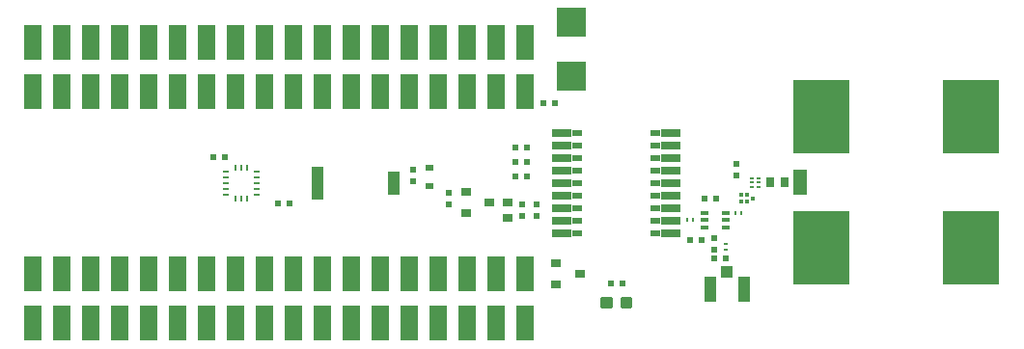
<source format=gtp>
G75*
%MOIN*%
%OFA0B0*%
%FSLAX25Y25*%
%IPPOS*%
%LPD*%
%AMOC8*
5,1,8,0,0,1.08239X$1,22.5*
%
%ADD10R,0.01969X0.00984*%
%ADD11R,0.00984X0.01969*%
%ADD12R,0.01969X0.01969*%
%ADD13R,0.03500X0.03100*%
%ADD14R,0.10000X0.10000*%
%ADD15R,0.06000X0.12000*%
%ADD16C,0.01181*%
%ADD17R,0.03543X0.02756*%
%ADD18R,0.07087X0.02756*%
%ADD19R,0.07087X0.03150*%
%ADD20R,0.03543X0.02362*%
%ADD21R,0.03543X0.02165*%
%ADD22R,0.03937X0.04134*%
%ADD23R,0.04134X0.08661*%
%ADD24R,0.03150X0.02362*%
%ADD25R,0.04724X0.09055*%
%ADD26R,0.19685X0.25591*%
%ADD27R,0.03937X0.07874*%
%ADD28R,0.04331X0.11811*%
%ADD29R,0.03543X0.03150*%
%ADD30R,0.02953X0.01181*%
%ADD31R,0.01378X0.01673*%
%ADD32R,0.01772X0.00984*%
%ADD33R,0.02756X0.03543*%
%ADD34R,0.00984X0.01378*%
%ADD35R,0.01378X0.00984*%
D10*
X0135595Y0125191D03*
X0135595Y0127159D03*
X0135595Y0129128D03*
X0135595Y0131096D03*
X0135595Y0133065D03*
X0146225Y0133065D03*
X0146225Y0131096D03*
X0146225Y0129128D03*
X0146225Y0127159D03*
X0146225Y0125191D03*
D11*
X0142879Y0123813D03*
X0140910Y0123813D03*
X0138942Y0123813D03*
X0138942Y0134443D03*
X0140910Y0134443D03*
X0142879Y0134443D03*
D12*
X0135253Y0137990D03*
X0131253Y0137990D03*
X0153430Y0121962D03*
X0157430Y0121962D03*
X0200087Y0129769D03*
X0200087Y0133769D03*
X0212422Y0125789D03*
X0212422Y0121789D03*
X0235422Y0131289D03*
X0239422Y0131289D03*
X0239422Y0136297D03*
X0235422Y0136297D03*
X0235422Y0141297D03*
X0239422Y0141297D03*
X0245245Y0156592D03*
X0249245Y0156592D03*
X0242926Y0121793D03*
X0237922Y0121793D03*
X0237922Y0117793D03*
X0242926Y0117793D03*
X0268418Y0094293D03*
X0272418Y0094293D03*
X0295922Y0109293D03*
X0299922Y0109293D03*
X0304122Y0110093D03*
X0304122Y0106093D03*
X0304322Y0102993D03*
X0308322Y0102993D03*
X0304922Y0123793D03*
X0300922Y0123793D03*
X0311922Y0131793D03*
X0311922Y0135793D03*
D13*
X0226422Y0122389D03*
X0218422Y0118589D03*
X0218422Y0126189D03*
D14*
X0254839Y0166173D03*
X0254839Y0184673D03*
D15*
X0068934Y0080628D03*
X0078934Y0080628D03*
X0088934Y0080628D03*
X0098934Y0080628D03*
X0108934Y0080628D03*
X0118934Y0080628D03*
X0128934Y0080628D03*
X0138934Y0080628D03*
X0148934Y0080628D03*
X0158934Y0080628D03*
X0168934Y0080628D03*
X0178934Y0080628D03*
X0188934Y0080628D03*
X0198934Y0080628D03*
X0208934Y0080628D03*
X0218934Y0080628D03*
X0228934Y0080628D03*
X0238934Y0080628D03*
X0238934Y0097628D03*
X0228934Y0097628D03*
X0218934Y0097628D03*
X0208934Y0097628D03*
X0198934Y0097628D03*
X0188934Y0097628D03*
X0178934Y0097628D03*
X0168934Y0097628D03*
X0158934Y0097628D03*
X0148934Y0097628D03*
X0138934Y0097628D03*
X0128934Y0097628D03*
X0118934Y0097628D03*
X0108934Y0097628D03*
X0098934Y0097628D03*
X0088934Y0097628D03*
X0078934Y0097628D03*
X0068934Y0097628D03*
X0068934Y0160628D03*
X0078934Y0160628D03*
X0088934Y0160628D03*
X0098934Y0160628D03*
X0108934Y0160628D03*
X0118934Y0160628D03*
X0128934Y0160628D03*
X0138934Y0160628D03*
X0148934Y0160628D03*
X0158934Y0160628D03*
X0168934Y0160628D03*
X0178934Y0160628D03*
X0188934Y0160628D03*
X0198934Y0160628D03*
X0208934Y0160628D03*
X0218934Y0160628D03*
X0228934Y0160628D03*
X0238934Y0160628D03*
X0238934Y0177628D03*
X0228934Y0177628D03*
X0218934Y0177628D03*
X0208934Y0177628D03*
X0198934Y0177628D03*
X0188934Y0177628D03*
X0178934Y0177628D03*
X0168934Y0177628D03*
X0158934Y0177628D03*
X0148934Y0177628D03*
X0138934Y0177628D03*
X0128934Y0177628D03*
X0118934Y0177628D03*
X0108934Y0177628D03*
X0098934Y0177628D03*
X0088934Y0177628D03*
X0078934Y0177628D03*
X0068934Y0177628D03*
D16*
X0268351Y0089171D02*
X0268351Y0086415D01*
X0265595Y0086415D01*
X0265595Y0089171D01*
X0268351Y0089171D01*
X0268351Y0087595D02*
X0265595Y0087595D01*
X0265595Y0088775D02*
X0268351Y0088775D01*
X0275257Y0089171D02*
X0275257Y0086415D01*
X0272501Y0086415D01*
X0272501Y0089171D01*
X0275257Y0089171D01*
X0275257Y0087595D02*
X0272501Y0087595D01*
X0272501Y0088775D02*
X0275257Y0088775D01*
D17*
X0232926Y0117234D03*
X0232926Y0122352D03*
D18*
X0251638Y0111911D03*
X0289040Y0111911D03*
X0289040Y0146557D03*
X0251638Y0146557D03*
D19*
X0251638Y0142226D03*
X0251638Y0137895D03*
X0251638Y0133565D03*
X0251638Y0129234D03*
X0251638Y0124903D03*
X0251638Y0120573D03*
X0251638Y0116242D03*
X0289040Y0116242D03*
X0289040Y0120573D03*
X0289040Y0124903D03*
X0289040Y0129234D03*
X0289040Y0133565D03*
X0289040Y0137895D03*
X0289040Y0142226D03*
D20*
X0283725Y0142226D03*
X0283725Y0137895D03*
X0283725Y0133565D03*
X0283725Y0129234D03*
X0283725Y0124903D03*
X0283725Y0120573D03*
X0283725Y0116242D03*
X0256953Y0116242D03*
X0256953Y0120376D03*
X0256953Y0124903D03*
X0256953Y0129234D03*
X0256953Y0133565D03*
X0256953Y0137895D03*
X0256953Y0142226D03*
D21*
X0256953Y0146557D03*
X0283725Y0146557D03*
X0283725Y0111911D03*
X0256953Y0111911D03*
D22*
X0308572Y0098311D03*
D23*
X0314379Y0092297D03*
X0302764Y0092297D03*
D24*
X0205757Y0128120D03*
X0205757Y0134419D03*
D25*
X0333808Y0129403D03*
D26*
X0341288Y0152041D03*
X0392863Y0152041D03*
X0392863Y0106765D03*
X0341288Y0106765D03*
D27*
X0193420Y0129128D03*
D28*
X0167042Y0129128D03*
D29*
X0249481Y0101533D03*
X0257749Y0097793D03*
X0249481Y0094053D03*
D30*
X0300682Y0113734D03*
X0300682Y0116293D03*
X0300682Y0118852D03*
X0308162Y0118852D03*
X0308162Y0116293D03*
X0308162Y0113734D03*
D31*
X0313453Y0122661D03*
X0315422Y0122661D03*
X0315422Y0124925D03*
X0313453Y0124925D03*
X0317390Y0123793D03*
D32*
X0317241Y0127718D03*
X0317241Y0129293D03*
X0317241Y0130868D03*
X0319603Y0130868D03*
X0319603Y0129293D03*
X0319603Y0127718D03*
D33*
X0323363Y0129293D03*
X0328481Y0129293D03*
D34*
X0313406Y0118843D03*
X0311438Y0118843D03*
X0296906Y0116293D03*
X0294938Y0116293D03*
D35*
X0308322Y0108177D03*
X0308322Y0106209D03*
M02*

</source>
